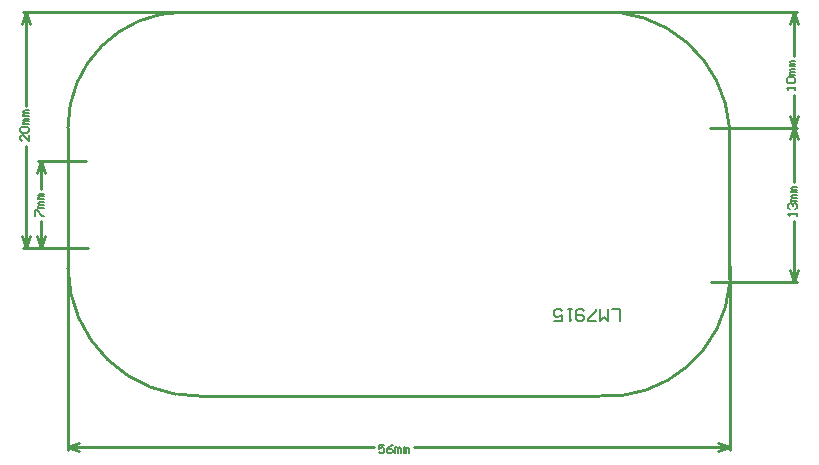
<source format=gbr>
%TF.GenerationSoftware,Altium Limited,Altium Designer,23.11.1 (41)*%
G04 Layer_Color=16711935*
%FSLAX45Y45*%
%MOMM*%
%TF.SameCoordinates,230AA2AB-B060-4BCE-AA15-615059F28419*%
%TF.FilePolarity,Positive*%
%TF.FileFunction,Other,Mechanical_1*%
%TF.Part,Single*%
G01*
G75*
%TA.AperFunction,NonConductor*%
%ADD27C,0.25400*%
%ADD41C,0.15240*%
D27*
X5600700Y-977900D02*
G03*
X4470400Y0I-1054100J-76200D01*
G01*
X4483100Y-3251200D02*
G03*
X5604158Y-2286000I77929J1043129D01*
G01*
X0Y-2168282D02*
G03*
X1117600Y-3251200I1100259J17341D01*
G01*
X977900Y0D02*
G03*
X0Y-977900I0J-977900D01*
G01*
X977900Y0D02*
X4495800D01*
X5600700Y-2260600D02*
Y-977900D01*
X1117600Y-3251200D02*
X4483100D01*
X0Y-2168282D02*
Y-977900D01*
X-355600Y0D02*
X-322267Y-100000D01*
X-388933D02*
X-355600Y0D01*
X-388933Y-1893900D02*
X-355600Y-1993900D01*
X-322267Y-1893900D01*
X-355600Y-792436D02*
Y0D01*
Y-1993900D02*
Y-1130300D01*
X-381000Y0D02*
X6172200D01*
X-381000Y-1993900D02*
X167800D01*
X-261933Y-1893900D02*
X-228600Y-1993900D01*
X-195267Y-1893900D01*
X-228600Y-1261190D02*
X-195267Y-1361190D01*
X-261933D02*
X-228600Y-1261190D01*
Y-1993900D02*
Y-1765300D01*
Y-1497413D02*
Y-1261190D01*
X-254000Y-1993900D02*
X167800D01*
X-254000Y-1261190D02*
X154400D01*
X6113467Y-2186000D02*
X6146800Y-2286000D01*
X6180133Y-2186000D01*
X6146800Y-977900D02*
X6180133Y-1077900D01*
X6113467D02*
X6146800Y-977900D01*
Y-2286000D02*
Y-1765300D01*
Y-1439099D02*
Y-977900D01*
X5447900Y-2286000D02*
X6172200D01*
X5432900Y-977900D02*
X6172200D01*
X6113467Y-877900D02*
X6146800Y-977900D01*
X6180133Y-877900D01*
X6146800Y0D02*
X6180133Y-100000D01*
X6113467D02*
X6146800Y0D01*
Y-977900D02*
Y-698500D01*
Y-372299D02*
Y0D01*
X5432900Y-977900D02*
X6172200D01*
X5410200Y0D02*
X6172200D01*
X-3458Y-3683000D02*
X96542Y-3649667D01*
X-3458Y-3683000D02*
X96542Y-3716333D01*
X5504158D02*
X5604158Y-3683000D01*
X5504158Y-3649667D02*
X5604158Y-3683000D01*
X-3458D02*
X2590778D01*
X2928642D02*
X5604158D01*
X-3458Y-3708400D02*
Y-2171739D01*
X5604158Y-3708400D02*
Y-2146261D01*
D41*
X4673600Y-2616167D02*
Y-2514600D01*
X4605889D01*
X4572033D02*
Y-2616167D01*
X4538177Y-2582311D01*
X4504321Y-2616167D01*
Y-2514600D01*
X4470466Y-2616167D02*
X4402754D01*
Y-2599239D01*
X4470466Y-2531528D01*
Y-2514600D01*
X4368898Y-2531528D02*
X4351970Y-2514600D01*
X4318115D01*
X4301187Y-2531528D01*
Y-2599239D01*
X4318115Y-2616167D01*
X4351970D01*
X4368898Y-2599239D01*
Y-2582311D01*
X4351970Y-2565383D01*
X4301187D01*
X4267331Y-2514600D02*
X4233475D01*
X4250403D01*
Y-2616167D01*
X4267331Y-2599239D01*
X4114980Y-2616167D02*
X4182692D01*
Y-2565383D01*
X4148836Y-2582311D01*
X4131908D01*
X4114980Y-2565383D01*
Y-2531528D01*
X4131908Y-2514600D01*
X4165764D01*
X4182692Y-2531528D01*
X-332740Y-1043008D02*
Y-1089660D01*
X-379392Y-1043008D01*
X-391055D01*
X-402718Y-1054671D01*
Y-1077997D01*
X-391055Y-1089660D01*
Y-1019682D02*
X-402718Y-1008020D01*
Y-984694D01*
X-391055Y-973031D01*
X-344403D01*
X-332740Y-984694D01*
Y-1008020D01*
X-344403Y-1019682D01*
X-391055D01*
X-332740Y-949705D02*
X-379392D01*
Y-938042D01*
X-367729Y-926379D01*
X-332740D01*
X-367729D01*
X-379392Y-914716D01*
X-367729Y-903053D01*
X-332740D01*
Y-879727D02*
X-379392D01*
Y-868065D01*
X-367729Y-856402D01*
X-332740D01*
X-367729D01*
X-379392Y-844739D01*
X-367729Y-833076D01*
X-332740D01*
X-275718Y-1724660D02*
Y-1678008D01*
X-264055D01*
X-217403Y-1724660D01*
X-205740D01*
Y-1654682D02*
X-252392D01*
Y-1643020D01*
X-240729Y-1631357D01*
X-205740D01*
X-240729D01*
X-252392Y-1619694D01*
X-240729Y-1608031D01*
X-205740D01*
Y-1584705D02*
X-252392D01*
Y-1573042D01*
X-240729Y-1561379D01*
X-205740D01*
X-240729D01*
X-252392Y-1549716D01*
X-240729Y-1538053D01*
X-205740D01*
X6169660Y-1724660D02*
Y-1701334D01*
Y-1712997D01*
X6099682D01*
X6111345Y-1724660D01*
Y-1666346D02*
X6099682Y-1654683D01*
Y-1631357D01*
X6111345Y-1619694D01*
X6123008D01*
X6134671Y-1631357D01*
Y-1643020D01*
Y-1631357D01*
X6146334Y-1619694D01*
X6157997D01*
X6169660Y-1631357D01*
Y-1654683D01*
X6157997Y-1666346D01*
X6169660Y-1596368D02*
X6123008D01*
Y-1584705D01*
X6134671Y-1573042D01*
X6169660D01*
X6134671D01*
X6123008Y-1561379D01*
X6134671Y-1549716D01*
X6169660D01*
Y-1526391D02*
X6123008D01*
Y-1514728D01*
X6134671Y-1503065D01*
X6169660D01*
X6134671D01*
X6123008Y-1491402D01*
X6134671Y-1479739D01*
X6169660D01*
X6156960Y-657860D02*
Y-634534D01*
Y-646197D01*
X6086982D01*
X6098645Y-657860D01*
Y-599545D02*
X6086982Y-587882D01*
Y-564557D01*
X6098645Y-552894D01*
X6145297D01*
X6156960Y-564557D01*
Y-587882D01*
X6145297Y-599545D01*
X6098645D01*
X6156960Y-529568D02*
X6110308D01*
Y-517905D01*
X6121971Y-506242D01*
X6156960D01*
X6121971D01*
X6110308Y-494579D01*
X6121971Y-482916D01*
X6156960D01*
Y-459590D02*
X6110308D01*
Y-447927D01*
X6121971Y-436265D01*
X6156960D01*
X6121971D01*
X6110308Y-424602D01*
X6121971Y-412939D01*
X6156960D01*
X2678070Y-3663251D02*
X2631418D01*
Y-3698240D01*
X2654744Y-3686577D01*
X2666407D01*
X2678070Y-3698240D01*
Y-3721566D01*
X2666407Y-3733229D01*
X2643081D01*
X2631418Y-3721566D01*
X2748047Y-3663251D02*
X2724721Y-3674914D01*
X2701395Y-3698240D01*
Y-3721566D01*
X2713058Y-3733229D01*
X2736384D01*
X2748047Y-3721566D01*
Y-3709903D01*
X2736384Y-3698240D01*
X2701395D01*
X2771373Y-3733229D02*
Y-3686577D01*
X2783036D01*
X2794699Y-3698240D01*
Y-3733229D01*
Y-3698240D01*
X2806362Y-3686577D01*
X2818025Y-3698240D01*
Y-3733229D01*
X2841350D02*
Y-3686577D01*
X2853013D01*
X2864676Y-3698240D01*
Y-3733229D01*
Y-3698240D01*
X2876339Y-3686577D01*
X2888002Y-3698240D01*
Y-3733229D01*
%TF.MD5,f75a5713ea3d9463868bd031449f902c*%
M02*

</source>
